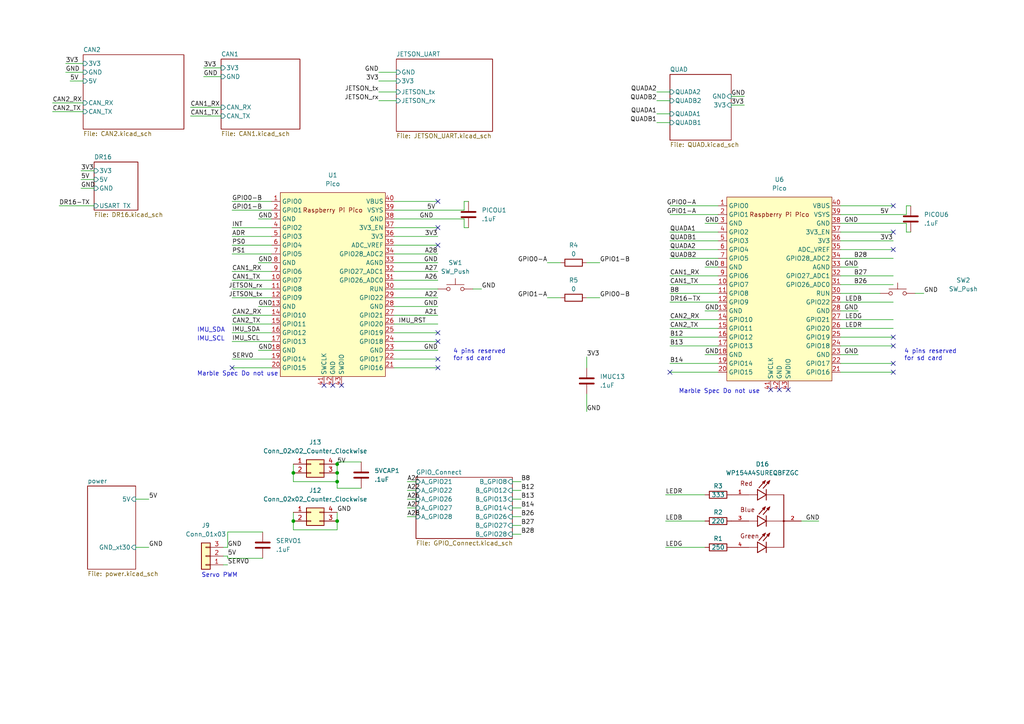
<source format=kicad_sch>
(kicad_sch (version 20230121) (generator eeschema)
  (paper "A4")
  (lib_symbols
    (symbol "Connector_Generic:Conn_01x03" (pin_names (offset 1.016) hide)
      (property "Reference" "J" (at 0 5.08 0))
      (property "Value" "Conn_01x03" (at 0 -5.08 0))
      (symbol "Conn_01x03_1_1"
        (rectangle (start -1.27 -2.413) (end 0 -2.667) (stroke (width 0.1524)))
        (rectangle (start -1.27 0.127) (end 0 -0.127) (stroke (width 0.1524)))
        (rectangle (start -1.27 2.667) (end 0 2.413) (stroke (width 0.1524)))
        (rectangle (start -1.27 3.81) (end 1.27 -3.81) (stroke (width 0.254)) (fill (type background)))
        (pin passive line (at -5.08 2.54 0) (length 3.81) (name "Pin_1") (number "1"))
        (pin passive line (at -5.08 0 0) (length 3.81) (name "Pin_2") (number "2"))
        (pin passive line (at -5.08 -2.54 0) (length 3.81) (name "Pin_3") (number "3"))
      )
    )
    (symbol "Connector_Generic:Conn_02x02_Counter_Clockwise" (pin_names (offset 1.016) hide)
      (property "Reference" "J" (at 1.27 2.54 0))
      (property "Value" "Conn_02x02_Counter_Clockwise" (at 1.27 -5.08 0))
      (symbol "Conn_02x02_Counter_Clockwise_1_1"
        (rectangle (start -1.27 -2.413) (end 0 -2.667) (stroke (width 0.1524)))
        (rectangle (start -1.27 0.127) (end 0 -0.127) (stroke (width 0.1524)))
        (rectangle (start -1.27 1.27) (end 3.81 -3.81) (stroke (width 0.254)) (fill (type background)))
        (rectangle (start 3.81 -2.413) (end 2.54 -2.667) (stroke (width 0.1524)))
        (rectangle (start 3.81 0.127) (end 2.54 -0.127) (stroke (width 0.1524)))
        (pin passive line (at -5.08 0 0) (length 3.81) (name "Pin_1") (number "1"))
        (pin passive line (at -5.08 -2.54 0) (length 3.81) (name "Pin_2") (number "2"))
        (pin passive line (at 7.62 -2.54 180) (length 3.81) (name "Pin_3") (number "3"))
        (pin passive line (at 7.62 0 180) (length 3.81) (name "Pin_4") (number "4"))
      )
    )
    (symbol "Device:C" (pin_numbers hide) (pin_names (offset 0.254))
      (property "Reference" "C" (at 0.635 2.54 0))
      (property "Value" "C" (at 0.635 -2.54 0))
      (symbol "C_0_1"
        (polyline (pts (xy -2.032 -0.762) (xy 2.032 -0.762)) (stroke (width 0.508)))
        (polyline (pts (xy -2.032 0.762) (xy 2.032 0.762)) (stroke (width 0.508)))
      )
      (symbol "C_1_1"
        (pin passive line (at 0 3.81 270) (length 2.794) (name "~") (number "1"))
        (pin passive line (at 0 -3.81 90) (length 2.794) (name "~") (number "2"))
      )
    )
    (symbol "Device:R" (pin_numbers hide) (pin_names (offset 0))
      (property "Reference" "R" (at 2.032 0 90))
      (property "Value" "R" (at 0 0 90))
      (symbol "R_0_1"
        (rectangle (start -1.016 -2.54) (end 1.016 2.54) (stroke (width 0.254)))
      )
      (symbol "R_1_1"
        (pin passive line (at 0 3.81 270) (length 1.27) (name "~") (number "1"))
        (pin passive line (at 0 -3.81 90) (length 1.27) (name "~") (number "2"))
      )
    )
    (symbol "MCU_RaspberryPi_and_Boards:Pico"
      (property "Reference" "U" (at -13.97 27.94 0))
      (property "Value" "Pico" (at 0 19.05 0))
      (symbol "Pico_0_0"
        (text "Raspberry Pi Pico" (at 0 21.59 0) (effects (font (size 1.27 1.27))))
      )
      (symbol "Pico_0_1"
        (rectangle (start -15.24 26.67) (end 15.24 -26.67) (fill (type background)))
      )
      (symbol "Pico_1_1"
        (pin bidirectional line (at -17.78 24.13 0) (length 2.54) (name "GPIO0") (number "1"))
        (pin bidirectional line (at -17.78 1.27 0) (length 2.54) (name "GPIO7") (number "10"))
        (pin bidirectional line (at -17.78 -1.27 0) (length 2.54) (name "GPIO8") (number "11"))
        (pin bidirectional line (at -17.78 -3.81 0) (length 2.54) (name "GPIO9") (number "12"))
        (pin power_in line (at -17.78 -6.35 0) (length 2.54) (name "GND") (number "13"))
        (pin bidirectional line (at -17.78 -8.89 0) (length 2.54) (name "GPIO10") (number "14"))
        (pin bidirectional line (at -17.78 -11.43 0) (length 2.54) (name "GPIO11") (number "15"))
        (pin bidirectional line (at -17.78 -13.97 0) (length 2.54) (name "GPIO12") (number "16"))
        (pin bidirectional line (at -17.78 -16.51 0) (length 2.54) (name "GPIO13") (number "17"))
        (pin power_in line (at -17.78 -19.05 0) (length 2.54) (name "GND") (number "18"))
        (pin bidirectional line (at -17.78 -21.59 0) (length 2.54) (name "GPIO14") (number "19"))
        (pin bidirectional line (at -17.78 21.59 0) (length 2.54) (name "GPIO1") (number "2"))
        (pin bidirectional line (at -17.78 -24.13 0) (length 2.54) (name "GPIO15") (number "20"))
        (pin bidirectional line (at 17.78 -24.13 180) (length 2.54) (name "GPIO16") (number "21"))
        (pin bidirectional line (at 17.78 -21.59 180) (length 2.54) (name "GPIO17") (number "22"))
        (pin power_in line (at 17.78 -19.05 180) (length 2.54) (name "GND") (number "23"))
        (pin bidirectional line (at 17.78 -16.51 180) (length 2.54) (name "GPIO18") (number "24"))
        (pin bidirectional line (at 17.78 -13.97 180) (length 2.54) (name "GPIO19") (number "25"))
        (pin bidirectional line (at 17.78 -11.43 180) (length 2.54) (name "GPIO20") (number "26"))
        (pin bidirectional line (at 17.78 -8.89 180) (length 2.54) (name "GPIO21") (number "27"))
        (pin power_in line (at 17.78 -6.35 180) (length 2.54) (name "GND") (number "28"))
        (pin bidirectional line (at 17.78 -3.81 180) (length 2.54) (name "GPIO22") (number "29"))
        (pin power_in line (at -17.78 19.05 0) (length 2.54) (name "GND") (number "3"))
        (pin input line (at 17.78 -1.27 180) (length 2.54) (name "RUN") (number "30"))
        (pin bidirectional line (at 17.78 1.27 180) (length 2.54) (name "GPIO26_ADC0") (number "31"))
        (pin bidirectional line (at 17.78 3.81 180) (length 2.54) (name "GPIO27_ADC1") (number "32"))
        (pin power_in line (at 17.78 6.35 180) (length 2.54) (name "AGND") (number "33"))
        (pin bidirectional line (at 17.78 8.89 180) (length 2.54) (name "GPIO28_ADC2") (number "34"))
        (pin power_in line (at 17.78 11.43 180) (length 2.54) (name "ADC_VREF") (number "35"))
        (pin power_in line (at 17.78 13.97 180) (length 2.54) (name "3V3") (number "36"))
        (pin input line (at 17.78 16.51 180) (length 2.54) (name "3V3_EN") (number "37"))
        (pin bidirectional line (at 17.78 19.05 180) (length 2.54) (name "GND") (number "38"))
        (pin power_in line (at 17.78 21.59 180) (length 2.54) (name "VSYS") (number "39"))
        (pin bidirectional line (at -17.78 16.51 0) (length 2.54) (name "GPIO2") (number "4"))
        (pin power_in line (at 17.78 24.13 180) (length 2.54) (name "VBUS") (number "40"))
        (pin input line (at -2.54 -29.21 90) (length 2.54) (name "SWCLK") (number "41"))
        (pin power_in line (at 0 -29.21 90) (length 2.54) (name "GND") (number "42"))
        (pin bidirectional line (at 2.54 -29.21 90) (length 2.54) (name "SWDIO") (number "43"))
        (pin bidirectional line (at -17.78 13.97 0) (length 2.54) (name "GPIO3") (number "5"))
        (pin bidirectional line (at -17.78 11.43 0) (length 2.54) (name "GPIO4") (number "6"))
        (pin bidirectional line (at -17.78 8.89 0) (length 2.54) (name "GPIO5") (number "7"))
        (pin power_in line (at -17.78 6.35 0) (length 2.54) (name "GND") (number "8"))
        (pin bidirectional line (at -17.78 3.81 0) (length 2.54) (name "GPIO6") (number "9"))
      )
    )
    (symbol "Switch:SW_Push" (pin_numbers hide) (pin_names (offset 1.016) hide)
      (property "Reference" "SW" (at 1.27 2.54 0))
      (property "Value" "SW_Push" (at 0 -1.524 0))
      (symbol "SW_Push_0_1"
        (circle (center -2.032 0) (radius 0.508))
        (polyline (pts (xy 0 1.27) (xy 0 3.048)))
        (polyline (pts (xy 2.54 1.27) (xy -2.54 1.27)))
        (circle (center 2.032 0) (radius 0.508))
        (pin passive line (at -5.08 0 0) (length 2.54) (name "1") (number "1"))
        (pin passive line (at 5.08 0 180) (length 2.54) (name "2") (number "2"))
      )
    )
    (symbol "WP154A4SUREQBFZGC:WP154A4SUREQBFZGC" (pin_names (offset 1.016))
      (property "Reference" "D" (at -10.16 12.7 0))
      (property "Value" "WP154A4SUREQBFZGC" (at -10.16 -12.7 0))
      (symbol "WP154A4SUREQBFZGC_0_0"
        (polyline (pts (xy -2.54 -9.144) (xy 0 -7.62)) (stroke (width 0.254)))
        (polyline (pts (xy -2.54 -7.62) (xy -5.08 -7.62)) (stroke (width 0.1524)))
        (polyline (pts (xy -2.54 -7.62) (xy -2.54 -9.144)) (stroke (width 0.254)))
        (polyline (pts (xy -2.54 -6.096) (xy -2.54 -7.62)) (stroke (width 0.254)))
        (polyline (pts (xy -2.54 -1.524) (xy 0 0)) (stroke (width 0.254)))
        (polyline (pts (xy -2.54 0) (xy -5.08 0)) (stroke (width 0.1524)))
        (polyline (pts (xy -2.54 0) (xy -2.54 -1.524)) (stroke (width 0.254)))
        (polyline (pts (xy -2.54 1.524) (xy -2.54 0)) (stroke (width 0.254)))
        (polyline (pts (xy -2.54 6.096) (xy 0 7.62)) (stroke (width 0.254)))
        (polyline (pts (xy -2.54 7.62) (xy -5.08 7.62)) (stroke (width 0.1524)))
        (polyline (pts (xy -2.54 7.62) (xy -2.54 6.096)) (stroke (width 0.254)))
        (polyline (pts (xy -2.54 9.144) (xy -2.54 7.62)) (stroke (width 0.254)))
        (polyline (pts (xy -0.3556 -3.5814) (xy -2.1336 -5.6134)) (stroke (width 0.254)))
        (polyline (pts (xy -0.3556 4.0386) (xy -2.1336 2.0066)) (stroke (width 0.254)))
        (polyline (pts (xy -0.3556 11.6586) (xy -2.1336 9.6266)) (stroke (width 0.254)))
        (polyline (pts (xy 0 -7.62) (xy -2.54 -6.096)) (stroke (width 0.254)))
        (polyline (pts (xy 0 -7.62) (xy 0 -9.144)) (stroke (width 0.254)))
        (polyline (pts (xy 0 -6.096) (xy 0 -7.62)) (stroke (width 0.254)))
        (polyline (pts (xy 0 0) (xy -2.54 1.524)) (stroke (width 0.254)))
        (polyline (pts (xy 0 0) (xy 0 -1.524)) (stroke (width 0.254)))
        (polyline (pts (xy 0 1.524) (xy 0 0)) (stroke (width 0.254)))
        (polyline (pts (xy 0 7.62) (xy -2.54 9.144)) (stroke (width 0.254)))
        (polyline (pts (xy 0 7.62) (xy 0 6.096)) (stroke (width 0.254)))
        (polyline (pts (xy 0 9.144) (xy 0 7.62)) (stroke (width 0.254)))
        (polyline (pts (xy 0.889 -3.683) (xy -0.889 -5.715)) (stroke (width 0.254)))
        (polyline (pts (xy 0.889 3.937) (xy -0.889 1.905)) (stroke (width 0.254)))
        (polyline (pts (xy 0.889 11.557) (xy -0.889 9.525)) (stroke (width 0.254)))
        (polyline (pts (xy 5.08 -7.62) (xy 0 -7.62)) (stroke (width 0.1524)))
        (polyline (pts (xy 5.08 0) (xy 0 0)) (stroke (width 0.1524)))
        (polyline (pts (xy 5.08 0) (xy 5.08 -7.62)) (stroke (width 0.254)))
        (polyline (pts (xy 5.08 7.62) (xy 0 7.62)) (stroke (width 0.1524)))
        (polyline (pts (xy 5.08 7.62) (xy 5.08 0)) (stroke (width 0.254)))
        (polyline (pts (xy -1.143 -3.937) (xy -0.5715 -4.445) (xy -0.1905 -3.429) (xy -1.143 -3.937)) (stroke (width 0.1524)) (fill (type outline)))
        (polyline (pts (xy -1.143 3.683) (xy -0.5715 3.175) (xy -0.1905 4.191) (xy -1.143 3.683)) (stroke (width 0.1524)) (fill (type outline)))
        (polyline (pts (xy -1.143 11.303) (xy -0.5715 10.795) (xy -0.1905 11.811) (xy -1.143 11.303)) (stroke (width 0.1524)) (fill (type outline)))
        (polyline (pts (xy 0.127 -4.0005) (xy 0.6985 -4.5085) (xy 1.0795 -3.429) (xy 0.127 -4.0005)) (stroke (width 0.1524)) (fill (type outline)))
        (polyline (pts (xy 0.127 3.6195) (xy 0.6985 3.1115) (xy 1.0795 4.191) (xy 0.127 3.6195)) (stroke (width 0.1524)) (fill (type outline)))
        (polyline (pts (xy 0.127 11.2395) (xy 0.6985 10.7315) (xy 1.0795 11.811) (xy 0.127 11.2395)) (stroke (width 0.1524)) (fill (type outline)))
        (circle (center 5.08 0) (radius 0.15) (stroke (width 0.3)))
        (text "Blue" (at -7.62 2.54 0) (effects (font (size 1.27 1.27)) (justify left bottom)))
        (text "Green" (at -7.62 -5.08 0) (effects (font (size 1.27 1.27)) (justify left bottom)))
        (text "Red" (at -7.62 10.16 0) (effects (font (size 1.27 1.27)) (justify left bottom)))
        (pin passive line (at -10.16 7.62 0) (length 5.08) (name "~") (number "1"))
        (pin passive line (at 10.16 0 180) (length 5.08) (name "~") (number "2"))
        (pin passive line (at -10.16 0 0) (length 5.08) (name "~") (number "3"))
        (pin passive line (at -10.16 -7.62 0) (length 5.08) (name "~") (number "4"))
      )
    )
  )
  (junction (at 97.79 151.13))
  (junction (at 97.79 134.62))
  (junction (at 97.79 139.7))
  (junction (at 85.09 137.16))
  (junction (at 97.79 137.16))
  (junction (at 85.09 151.13))
  (no_connect (at 96.52 111.76))
  (no_connect (at 194.31 107.95))
  (no_connect (at 127 71.12))
  (no_connect (at 259.08 97.79))
  (no_connect (at 259.08 107.95))
  (no_connect (at 226.06 113.03))
  (no_connect (at 259.08 67.31))
  (no_connect (at 67.31 106.68))
  (no_connect (at 228.6 113.03))
  (no_connect (at 127 104.14))
  (no_connect (at 259.08 105.41))
  (no_connect (at 127 106.68))
  (no_connect (at 127 58.42))
  (no_connect (at 127 66.04))
  (no_connect (at 127 99.06))
  (no_connect (at 223.52 113.03))
  (no_connect (at 259.08 59.69))
  (no_connect (at 259.08 72.39))
  (no_connect (at 127 96.52))
  (no_connect (at 259.08 100.33))
  (no_connect (at 99.06 111.76))
  (no_connect (at 93.98 111.76))
  (wire (pts (xy 74.93 88.9) (xy 78.74 88.9)))
  (wire (pts (xy 204.47 90.17) (xy 208.28 90.17)))
  (wire (pts (xy 15.24 29.845) (xy 24.13 29.845)))
  (wire (pts (xy 194.31 82.55) (xy 208.28 82.55)))
  (wire (pts (xy 67.31 106.68) (xy 78.74 106.68)))
  (wire (pts (xy 120.65 149.86) (xy 118.11 149.86)))
  (wire (pts (xy 64.77 163.83) (xy 66.04 163.83)))
  (wire (pts (xy 114.3 91.44) (xy 127 91.44)))
  (wire (pts (xy 194.31 100.33) (xy 208.28 100.33)))
  (wire (pts (xy 97.79 153.67) (xy 97.79 151.13)))
  (wire (pts (xy 74.93 76.2) (xy 78.74 76.2)))
  (wire (pts (xy 134.62 60.96) (xy 114.3 60.96)))
  (wire (pts (xy 243.84 72.39) (xy 259.08 72.39)))
  (wire (pts (xy 262.89 59.69) (xy 262.89 62.23)))
  (wire (pts (xy 114.3 63.5) (xy 134.62 63.5)))
  (wire (pts (xy 67.31 66.04) (xy 78.74 66.04)))
  (wire (pts (xy 243.84 90.17) (xy 248.92 90.17)))
  (wire (pts (xy 194.31 97.79) (xy 208.28 97.79)))
  (wire (pts (xy 243.84 59.69) (xy 259.08 59.69)))
  (wire (pts (xy 67.31 58.42) (xy 78.74 58.42)))
  (wire (pts (xy 74.93 63.5) (xy 78.74 63.5)))
  (wire (pts (xy 17.145 59.69) (xy 27.305 59.69)))
  (wire (pts (xy 151.13 144.78) (xy 148.59 144.78)))
  (wire (pts (xy 137.16 83.82) (xy 139.7 83.82)))
  (wire (pts (xy 64.77 158.75) (xy 66.04 158.75)))
  (wire (pts (xy 85.09 137.16) (xy 85.09 139.7)))
  (wire (pts (xy 67.31 99.06) (xy 78.74 99.06)))
  (wire (pts (xy 243.84 87.63) (xy 259.08 87.63)))
  (wire (pts (xy 114.3 88.9) (xy 127 88.9)))
  (wire (pts (xy 194.31 62.23) (xy 208.28 62.23)))
  (wire (pts (xy 194.31 105.41) (xy 208.28 105.41)))
  (wire (pts (xy 204.47 77.47) (xy 208.28 77.47)))
  (wire (pts (xy 67.31 60.96) (xy 78.74 60.96)))
  (wire (pts (xy 85.09 134.62) (xy 85.09 137.16)))
  (wire (pts (xy 194.31 74.93) (xy 208.28 74.93)))
  (wire (pts (xy 39.37 144.78) (xy 43.18 144.78)))
  (wire (pts (xy 134.62 58.42) (xy 134.62 60.96)))
  (wire (pts (xy 194.31 87.63) (xy 208.28 87.63)))
  (wire (pts (xy 193.04 143.51) (xy 204.47 143.51)))
  (wire (pts (xy 151.13 142.24) (xy 148.59 142.24)))
  (wire (pts (xy 243.84 107.95) (xy 259.08 107.95)))
  (wire (pts (xy 194.31 72.39) (xy 208.28 72.39)))
  (wire (pts (xy 243.84 80.01) (xy 259.08 80.01)))
  (wire (pts (xy 243.84 69.85) (xy 259.08 69.85)))
  (wire (pts (xy 114.3 101.6) (xy 127 101.6)))
  (wire (pts (xy 204.47 64.77) (xy 208.28 64.77)))
  (wire (pts (xy 114.3 76.2) (xy 127 76.2)))
  (wire (pts (xy 243.84 92.71) (xy 259.08 92.71)))
  (wire (pts (xy 194.31 59.69) (xy 208.28 59.69)))
  (wire (pts (xy 67.31 71.12) (xy 78.74 71.12)))
  (wire (pts (xy 193.04 158.75) (xy 204.47 158.75)))
  (wire (pts (xy 190.5 29.21) (xy 194.31 29.21)))
  (wire (pts (xy 243.84 105.41) (xy 259.08 105.41)))
  (wire (pts (xy 109.855 29.21) (xy 114.935 29.21)))
  (wire (pts (xy 85.09 148.59) (xy 85.09 151.13)))
  (wire (pts (xy 190.5 33.02) (xy 194.31 33.02)))
  (wire (pts (xy 19.05 18.415) (xy 24.13 18.415)))
  (wire (pts (xy 243.84 97.79) (xy 259.08 97.79)))
  (wire (pts (xy 97.79 151.13) (xy 97.79 148.59)))
  (wire (pts (xy 114.3 104.14) (xy 127 104.14)))
  (wire (pts (xy 190.5 35.56) (xy 194.31 35.56)))
  (wire (pts (xy 67.31 73.66) (xy 78.74 73.66)))
  (wire (pts (xy 232.41 151.13) (xy 237.49 151.13)))
  (wire (pts (xy 151.13 149.86) (xy 148.59 149.86)))
  (wire (pts (xy 97.79 133.985) (xy 97.79 134.62)))
  (wire (pts (xy 114.3 66.04) (xy 127 66.04)))
  (wire (pts (xy 67.31 68.58) (xy 78.74 68.58)))
  (wire (pts (xy 59.055 22.225) (xy 64.135 22.225)))
  (wire (pts (xy 134.62 66.04) (xy 134.62 63.5)))
  (wire (pts (xy 194.31 69.85) (xy 208.28 69.85)))
  (wire (pts (xy 114.3 58.42) (xy 127 58.42)))
  (wire (pts (xy 20.32 23.495) (xy 24.13 23.495)))
  (wire (pts (xy 15.24 32.385) (xy 24.13 32.385)))
  (wire (pts (xy 243.84 62.23) (xy 262.89 62.23)))
  (wire (pts (xy 114.3 96.52) (xy 127 96.52)))
  (wire (pts (xy 151.13 139.7) (xy 148.59 139.7)))
  (wire (pts (xy 114.3 99.06) (xy 127 99.06)))
  (wire (pts (xy 170.18 86.36) (xy 173.99 86.36)))
  (wire (pts (xy 85.09 139.7) (xy 97.79 139.7)))
  (wire (pts (xy 190.5 26.67) (xy 194.31 26.67)))
  (wire (pts (xy 151.13 154.94) (xy 148.59 154.94)))
  (wire (pts (xy 67.31 91.44) (xy 78.74 91.44)))
  (wire (pts (xy 212.09 30.48) (xy 215.9 30.48)))
  (wire (pts (xy 262.89 67.31) (xy 262.89 64.77)))
  (wire (pts (xy 114.3 68.58) (xy 127 68.58)))
  (wire (pts (xy 85.09 153.67) (xy 97.79 153.67)))
  (wire (pts (xy 243.84 64.77) (xy 262.89 64.77)))
  (wire (pts (xy 170.18 76.2) (xy 173.99 76.2)))
  (wire (pts (xy 151.13 147.32) (xy 148.59 147.32)))
  (wire (pts (xy 114.3 71.12) (xy 127 71.12)))
  (wire (pts (xy 265.43 85.09) (xy 267.97 85.09)))
  (wire (pts (xy 114.3 83.82) (xy 127 83.82)))
  (wire (pts (xy 97.79 137.16) (xy 97.79 134.62)))
  (wire (pts (xy 158.75 76.2) (xy 162.56 76.2)))
  (wire (pts (xy 114.3 86.36) (xy 127 86.36)))
  (wire (pts (xy 120.65 144.78) (xy 118.11 144.78)))
  (wire (pts (xy 215.9 27.94) (xy 212.09 27.94)))
  (wire (pts (xy 194.31 85.09) (xy 208.28 85.09)))
  (wire (pts (xy 59.055 19.685) (xy 64.135 19.685)))
  (wire (pts (xy 194.31 80.01) (xy 208.28 80.01)))
  (wire (pts (xy 109.855 23.495) (xy 114.935 23.495)))
  (wire (pts (xy 114.3 106.68) (xy 127 106.68)))
  (wire (pts (xy 151.13 152.4) (xy 148.59 152.4)))
  (wire (pts (xy 67.31 93.98) (xy 78.74 93.98)))
  (wire (pts (xy 120.65 142.24) (xy 118.11 142.24)))
  (wire (pts (xy 114.3 78.74) (xy 127 78.74)))
  (wire (pts (xy 74.93 101.6) (xy 78.74 101.6)))
  (wire (pts (xy 67.31 81.28) (xy 78.74 81.28)))
  (wire (pts (xy 114.3 81.28) (xy 127 81.28)))
  (wire (pts (xy 66.04 161.925) (xy 66.04 161.29)))
  (wire (pts (xy 114.3 73.66) (xy 127 73.66)))
  (wire (pts (xy 64.77 161.29) (xy 66.04 161.29)))
  (wire (pts (xy 255.27 85.09) (xy 243.84 85.09)))
  (wire (pts (xy 23.495 52.07) (xy 27.305 52.07)))
  (wire (pts (xy 39.37 158.75) (xy 43.18 158.75)))
  (wire (pts (xy 264.16 67.31) (xy 262.89 67.31)))
  (wire (pts (xy 55.245 33.655) (xy 64.135 33.655)))
  (wire (pts (xy 120.65 147.32) (xy 118.11 147.32)))
  (wire (pts (xy 19.05 20.955) (xy 24.13 20.955)))
  (wire (pts (xy 120.65 139.7) (xy 118.11 139.7)))
  (wire (pts (xy 109.855 20.955) (xy 114.935 20.955)))
  (wire (pts (xy 204.47 102.87) (xy 208.28 102.87)))
  (wire (pts (xy 170.18 103.505) (xy 170.18 106.68)))
  (wire (pts (xy 243.84 100.33) (xy 259.08 100.33)))
  (wire (pts (xy 158.75 86.36) (xy 162.56 86.36)))
  (wire (pts (xy 67.31 83.82) (xy 78.74 83.82)))
  (wire (pts (xy 104.775 133.985) (xy 97.79 133.985)))
  (wire (pts (xy 194.31 107.95) (xy 208.28 107.95)))
  (wire (pts (xy 243.84 77.47) (xy 248.92 77.47)))
  (wire (pts (xy 194.31 95.25) (xy 208.28 95.25)))
  (wire (pts (xy 104.775 141.605) (xy 97.79 141.605)))
  (wire (pts (xy 67.31 96.52) (xy 78.74 96.52)))
  (wire (pts (xy 262.89 59.69) (xy 264.16 59.69)))
  (wire (pts (xy 193.04 151.13) (xy 204.47 151.13)))
  (wire (pts (xy 85.09 151.13) (xy 85.09 153.67)))
  (wire (pts (xy 134.62 58.42) (xy 135.89 58.42)))
  (wire (pts (xy 97.79 141.605) (xy 97.79 139.7)))
  (wire (pts (xy 109.855 26.67) (xy 114.935 26.67)))
  (wire (pts (xy 243.84 67.31) (xy 259.08 67.31)))
  (wire (pts (xy 194.31 92.71) (xy 208.28 92.71)))
  (wire (pts (xy 67.31 104.14) (xy 78.74 104.14)))
  (wire (pts (xy 243.84 95.25) (xy 259.08 95.25)))
  (wire (pts (xy 67.31 78.74) (xy 78.74 78.74)))
  (wire (pts (xy 76.2 154.305) (xy 66.04 154.305)))
  (wire (pts (xy 135.89 66.04) (xy 134.62 66.04)))
  (wire (pts (xy 97.79 139.7) (xy 97.79 137.16)))
  (wire (pts (xy 194.31 67.31) (xy 208.28 67.31)))
  (wire (pts (xy 243.84 74.93) (xy 259.08 74.93)))
  (wire (pts (xy 66.04 154.305) (xy 66.04 158.75)))
  (wire (pts (xy 170.18 114.3) (xy 170.18 119.38)))
  (wire (pts (xy 23.495 49.53) (xy 27.305 49.53)))
  (wire (pts (xy 114.3 93.98) (xy 127 93.98)))
  (wire (pts (xy 76.2 161.925) (xy 66.04 161.925)))
  (wire (pts (xy 55.245 31.115) (xy 64.135 31.115)))
  (wire (pts (xy 243.84 102.87) (xy 248.92 102.87)))
  (wire (pts (xy 67.31 86.36) (xy 78.74 86.36)))
  (wire (pts (xy 23.495 54.61) (xy 27.305 54.61)))
  (wire (pts (xy 243.84 82.55) (xy 259.08 82.55)))
  (text "4 pins reserved\nfor sd card" (at 131.445 104.775 0) (effects (font (size 1.27 1.27)) (justify left bottom)))
  (text "Servo PWM\n" (at 58.42 167.64 0) (effects (font (size 1.27 1.27)) (justify left bottom)))
  (text "IMU_SCL\n" (at 57.15 99.06 0) (effects (font (size 1.27 1.27)) (justify left bottom)))
  (text "IMU_SDA\n" (at 57.15 96.52 0) (effects (font (size 1.27 1.27)) (justify left bottom)))
  (text "4 pins reserved\nfor sd card" (at 262.255 104.775 0) (effects (font (size 1.27 1.27)) (justify left bottom)))
  (text "Marble Spec Do not use" (at 196.85 114.3 0) (effects (font (size 1.27 1.27)) (justify left bottom)))
  (text "Marble Spec Do not use" (at 57.15 109.22 0) (effects (font (size 1.27 1.27)) (justify left bottom)))
  (label "GND" (at 248.92 64.77 180))
  (label "CAN1_TX" (at 194.31 82.55 0))
  (label "A28" (at 123.19 73.66 0))
  (label "A26" (at 123.19 81.28 0))
  (label "JETSON_tx" (at 109.855 26.67 180))
  (label "CAN1_RX" (at 55.245 31.115 0))
  (label "GND" (at 74.93 101.6 0))
  (label "A28" (at 118.11 149.86 0))
  (label "GPIO0-A" (at 158.75 76.2 180))
  (label "3V3" (at 170.18 103.505 0))
  (label "GPIO1-A" (at 158.75 86.36 180))
  (label "QUADA2" (at 194.31 72.39 0))
  (label "SERVO" (at 67.31 104.14 0))
  (label "3V3" (at 23.495 49.53 0))
  (label "GPIO0-B" (at 67.31 58.42 0))
  (label "LEDR" (at 193.04 143.51 0))
  (label "B13" (at 151.13 144.78 0))
  (label "5V" (at 123.825 60.96 0))
  (label "B14" (at 151.13 147.32 0))
  (label "PS1" (at 67.31 73.66 0))
  (label "CAN2_RX" (at 67.31 91.44 0))
  (label "GPIO0-B" (at 173.99 86.36 0))
  (label "CAN2_RX" (at 15.24 29.845 0))
  (label "GND" (at 74.93 63.5 0))
  (label "GND" (at 125.73 63.5 180))
  (label "LEDB" (at 193.04 151.13 0))
  (label "QUADA2" (at 190.5 26.67 180))
  (label "B13" (at 194.31 100.33 0))
  (label "GND" (at 170.18 119.38 0))
  (label "GND" (at 74.93 88.9 0))
  (label "3V3" (at 123.19 68.58 0))
  (label "B26" (at 247.65 82.55 0))
  (label "GND" (at 204.47 102.87 0))
  (label "DR16-TX" (at 194.31 87.63 0))
  (label "CAN2_TX" (at 194.31 95.25 0))
  (label "B8" (at 194.31 85.09 0))
  (label "B26" (at 151.13 149.86 0))
  (label "LEDG" (at 193.04 158.75 0))
  (label "JETSON_tx" (at 76.2 86.36 180))
  (label "A27" (at 118.11 147.32 0))
  (label "GND" (at 204.47 77.47 0))
  (label "GND" (at 43.18 158.75 0))
  (label "QUADA1" (at 190.5 33.02 180))
  (label "CAN1_TX" (at 67.31 81.28 0))
  (label "5V" (at 66.04 161.29 0))
  (label "5V" (at 20.32 23.495 0))
  (label "CAN2_RX" (at 194.31 92.71 0))
  (label "GND" (at 233.68 151.13 0))
  (label "B8" (at 151.13 139.7 0))
  (label "SERVO" (at 66.04 163.83 0))
  (label "B27" (at 151.13 152.4 0))
  (label "ADR" (at 67.31 68.58 0))
  (label "CAN1_TX" (at 55.245 33.655 0))
  (label "GPIO1-A" (at 201.93 62.23 180))
  (label "B27" (at 247.65 80.01 0))
  (label "PS0" (at 67.31 71.12 0))
  (label "QUADB1" (at 194.31 69.85 0))
  (label "3V3" (at 19.05 18.415 0))
  (label "DR16-TX" (at 17.145 59.69 0))
  (label "B12" (at 151.13 142.24 0))
  (label "3V3" (at 59.055 19.685 0))
  (label "A27" (at 123.19 78.74 0))
  (label "QUADA1" (at 194.31 67.31 0))
  (label "GND" (at 19.05 20.955 0))
  (label "GND" (at 248.92 77.47 180))
  (label "A22" (at 123.19 86.36 0))
  (label "LEDG" (at 245.11 92.71 0))
  (label "GND" (at 59.055 22.225 0))
  (label "B28" (at 247.65 74.93 0))
  (label "3V3" (at 109.855 23.495 180))
  (label "QUADB2" (at 194.31 74.93 0))
  (label "QUADB2" (at 190.5 29.21 180))
  (label "GND" (at 248.92 90.17 180))
  (label "IMU_SDA" (at 67.31 96.52 0))
  (label "3V3" (at 212.09 30.48 0))
  (label "A21" (at 118.11 139.7 0))
  (label "A26" (at 118.11 144.78 0))
  (label "B12" (at 194.31 97.79 0))
  (label "B14" (at 194.31 105.41 0))
  (label "GND" (at 127 88.9 180))
  (label "GPIO1-B" (at 67.31 60.96 0))
  (label "IMU_RST" (at 115.57 93.98 0))
  (label "A22" (at 118.11 142.24 0))
  (label "3V3" (at 255.27 69.85 0))
  (label "CAN1_RX" (at 67.31 78.74 0))
  (label "A21" (at 123.19 91.44 0))
  (label "GND" (at 109.855 20.955 180))
  (label "GND" (at 97.79 148.59 0))
  (label "GND" (at 66.04 158.75 0))
  (label "GND" (at 23.495 54.61 0))
  (label "CAN1_RX" (at 194.31 80.01 0))
  (label "GND" (at 248.92 102.87 180))
  (label "GND" (at 204.47 64.77 0))
  (label "GND" (at 212.09 27.94 0))
  (label "GPIO0-A" (at 201.93 59.69 180))
  (label "5V" (at 255.27 62.23 0))
  (label "GPIO1-B" (at 173.99 76.2 0))
  (label "GND" (at 127 76.2 180))
  (label "CAN2_TX" (at 67.31 93.98 0))
  (label "CAN2_TX" (at 15.24 32.385 0))
  (label "IMU_SCL" (at 67.31 99.06 0))
  (label "5V" (at 97.79 134.62 0))
  (label "GND" (at 74.93 76.2 0))
  (label "LEDR" (at 245.11 95.25 0))
  (label "INT" (at 67.31 66.04 0))
  (label "GND" (at 204.47 90.17 0))
  (label "JETSON_rx" (at 76.2 83.82 180))
  (label "LEDB" (at 245.11 87.63 0))
  (label "JETSON_rx" (at 109.855 29.21 180))
  (label "5V" (at 23.495 52.07 0))
  (label "QUADB1" (at 190.5 35.56 180))
  (label "B28" (at 151.13 154.94 0))
  (label "GND" (at 267.97 85.09 0))
  (label "GND" (at 139.7 83.82 0))
  (label "GND" (at 127 101.6 180))
  (label "5V" (at 43.18 144.78 0))
  (symbol (lib_id "Device:C") (at 170.18 110.49 0) (unit 1)
    (property "Reference" "IMUC13" (at 173.99 109.22 0) (effects (justify left)))
    (property "Value" ".1uF" (at 173.99 111.76 0) (effects (justify left)))
    (property "Footprint" "Capacitor_THT:C_Disc_D7.0mm_W2.5mm_P5.00mm" (effects hide))
  )
  (symbol (lib_id "Device:R") (at 208.28 151.13 90) (unit 1)
    (property "Reference" "R2" (at 208.28 148.59 90))
    (property "Value" "220" (at 208.28 151.13 90))
    (property "Footprint" "Resistor_THT:R_Axial_DIN0207_L6.3mm_D2.5mm_P10.16mm_Horizontal" (effects hide))
  )
  (symbol (lib_id "Device:C") (at 135.89 62.23 0) (unit 1)
    (property "Reference" "PICOU1" (at 139.7 60.96 0) (effects (justify left)))
    (property "Value" ".1uF" (at 139.7 63.5 0) (effects (justify left)))
    (property "Footprint" "Capacitor_THT:C_Disc_D7.0mm_W2.5mm_P5.00mm" (effects hide))
  )
  (symbol (lib_id "MCU_RaspberryPi_and_Boards:Pico") (at 226.06 83.82 0) (unit 1)
    (property "Reference" "U6" (at 226.06 52.07 0))
    (property "Value" "Pico" (at 226.06 54.61 0))
    (property "Footprint" "appended_pico:Updated_Pico" (effects hide))
  )
  (symbol (lib_id "Device:R") (at 166.37 76.2 90) (unit 1)
    (property "Reference" "R4" (at 166.37 71.12 90))
    (property "Value" "0" (at 166.37 73.66 90))
    (property "Footprint" "Resistor_THT:R_Axial_DIN0207_L6.3mm_D2.5mm_P10.16mm_Horizontal" (effects hide))
  )
  (symbol (lib_id "Connector_Generic:Conn_02x02_Counter_Clockwise") (at 90.17 134.62 0) (unit 1)
    (property "Reference" "J13" (at 91.44 128.27 0))
    (property "Value" "Conn_02x02_Counter_Clockwise" (at 91.44 130.81 0))
    (property "Footprint" "Connector_PinSocket_2.00mm:PinSocket_2x02_P2.00mm_Vertical" (effects hide))
  )
  (symbol (lib_id "Connector_Generic:Conn_02x02_Counter_Clockwise") (at 90.17 148.59 0) (unit 1)
    (property "Reference" "J12" (at 91.44 142.24 0))
    (property "Value" "Conn_02x02_Counter_Clockwise" (at 91.44 144.78 0))
    (property "Footprint" "Connector_PinSocket_2.00mm:PinSocket_2x02_P2.00mm_Vertical" (effects hide))
  )
  (symbol (lib_id "MCU_RaspberryPi_and_Boards:Pico") (at 96.52 82.55 0) (unit 1)
    (property "Reference" "U1" (at 96.52 50.8 0))
    (property "Value" "Pico" (at 96.52 53.34 0))
    (property "Footprint" "appended_pico:Updated_Pico" (effects hide))
  )
  (symbol (lib_id "Connector_Generic:Conn_01x03") (at 59.69 161.29 180) (unit 1)
    (property "Reference" "J9" (at 59.69 152.4 0))
    (property "Value" "Conn_01x03" (at 59.69 154.94 0))
    (property "Footprint" "Connector_PinSocket_2.00mm:PinSocket_1x03_P2.00mm_Vertical" (effects hide))
  )
  (symbol (lib_id "Device:C") (at 264.16 63.5 0) (unit 1)
    (property "Reference" "PICOU6" (at 267.97 62.23 0) (effects (justify left)))
    (property "Value" ".1uF" (at 267.97 64.77 0) (effects (justify left)))
    (property "Footprint" "Capacitor_THT:C_Disc_D7.0mm_W2.5mm_P5.00mm" (effects hide))
  )
  (symbol (lib_id "Switch:SW_Push") (at 260.35 85.09 0) (unit 1)
    (property "Reference" "SW2" (at 279.4 81.28 0))
    (property "Value" "SW_Push" (at 279.4 83.82 0))
    (property "Footprint" "PS1024ALRED:SW_PS1024ALRED" (effects hide))
  )
  (symbol (lib_id "Device:R") (at 208.28 143.51 90) (unit 1)
    (property "Reference" "R3" (at 208.28 140.97 90))
    (property "Value" "333" (at 208.28 143.51 90))
    (property "Footprint" "Resistor_THT:R_Axial_DIN0207_L6.3mm_D2.5mm_P10.16mm_Horizontal" (effects hide))
  )
  (symbol (lib_id "Device:C") (at 104.775 137.795 0) (unit 1)
    (property "Reference" "5VCAP1" (at 108.585 136.525 0) (effects (justify left)))
    (property "Value" ".1uF" (at 108.585 139.065 0) (effects (justify left)))
    (property "Footprint" "Capacitor_THT:C_Disc_D7.0mm_W2.5mm_P5.00mm" (effects hide))
  )
  (symbol (lib_id "WP154A4SUREQBFZGC:WP154A4SUREQBFZGC") (at 222.25 151.13 0) (unit 1)
    (property "Reference" "D16" (at 221.13 134.62 0))
    (property "Value" "WP154A4SUREQBFZGC" (at 221.13 137.16 0))
    (property "Footprint" "WP154A4SUREQBFZGC:LED_WP154A4SUREQBFZGC" (effects hide))
    (property "SNAPEDA_PACKAGE_ID" "25043" (effects hide))
    (property "MAXIMUM_PACKAGE_HEIGHT" "9.6 mm" (effects hide))
    (property "STANDARD" "Manufacturer Recommendations" (effects hide))
    (property "PARTREV" "V.9A" (effects hide))
    (property "MANUFACTURER" "Kingbright" (effects hide))
    (property "SNAPEDA_PN" "WP154A4SUREQBFZGC" (effects hide))
  )
  (symbol (lib_id "Device:C") (at 76.2 158.115 0) (unit 1)
    (property "Reference" "SERVO1" (at 80.01 156.845 0) (effects (justify left)))
    (property "Value" ".1uF" (at 80.01 159.385 0) (effects (justify left)))
    (property "Footprint" "Capacitor_THT:C_Disc_D7.0mm_W2.5mm_P5.00mm" (effects hide))
  )
  (symbol (lib_id "Device:R") (at 208.28 158.75 90) (unit 1)
    (property "Reference" "R1" (at 208.28 156.21 90))
    (property "Value" "250" (at 208.28 158.75 90))
    (property "Footprint" "Resistor_THT:R_Axial_DIN0207_L6.3mm_D2.5mm_P10.16mm_Horizontal" (effects hide))
  )
  (symbol (lib_id "Device:R") (at 166.37 86.36 90) (unit 1)
    (property "Reference" "R5" (at 166.37 81.28 90))
    (property "Value" "0" (at 166.37 83.82 90))
    (property "Footprint" "Resistor_THT:R_Axial_DIN0207_L6.3mm_D2.5mm_P10.16mm_Horizontal" (effects hide))
  )
  (symbol (lib_id "Switch:SW_Push") (at 132.08 83.82 0) (unit 1)
    (property "Reference" "SW1" (at 132.08 76.2 0))
    (property "Value" "SW_Push" (at 132.08 78.74 0))
    (property "Footprint" "PS1024ALRED:SW_PS1024ALRED" (effects hide))
  )
  (sheet (at 25.4 140.97) (size 13.97 24.13) (stroke (width 0.1524))
    (property "Sheetname" "power" (at 25.4 140.2584 0) (effects (justify left bottom)))
    (property "Sheetfile" "power.kicad_sch" (at 25.4 165.6846 0) (effects (justify left top)))
    (pin "5V" input (at 39.37 144.78 0))
    (pin "GND_xt30" input (at 39.37 158.75 0))
  )
  (sheet (at 194.31 21.59) (size 17.78 19.05) (stroke (width 0.1524))
    (property "Sheetname" "QUAD" (at 194.31 20.8784 0) (effects (justify left bottom)))
    (property "Sheetfile" "QUAD.kicad_sch" (at 194.31 41.2246 0) (effects (justify left top)))
    (pin "QUADA2" input (at 194.31 26.67 180))
    (pin "GND" input (at 212.09 27.94 0))
    (pin "3V3" input (at 212.09 30.48 0))
    (pin "QUADB2" input (at 194.31 29.21 180))
    (pin "QUADA1" input (at 194.31 33.02 180))
    (pin "QUADB1" input (at 194.31 35.56 180))
  )
  (sheet (at 114.935 17.145) (size 27.94 20.955) (stroke (width 0.1524))
    (property "Sheetname" "JETSON_UART" (at 114.935 16.4334 0) (effects (justify left bottom)))
    (property "Sheetfile" "JETSON_UART.kicad_sch" (at 114.935 38.6846 0) (effects (justify left top)))
    (pin "GND" input (at 114.935 20.955 180))
    (pin "JETSON_tx" input (at 114.935 26.67 180))
    (pin "JETSON_rx" input (at 114.935 29.21 180))
    (pin "3V3" input (at 114.935 23.495 180))
  )
  (sheet (at 64.135 17.145) (size 22.86 20.32) (stroke (width 0.1524))
    (property "Sheetname" "CAN1" (at 64.135 16.4334 0) (effects (justify left bottom)))
    (property "Sheetfile" "CAN1.kicad_sch" (at 64.135 38.0496 0) (effects (justify left top)))
    (pin "CAN_RX" input (at 64.135 31.115 180))
    (pin "3V3" input (at 64.135 19.685 180))
    (pin "CAN_TX" input (at 64.135 33.655 180))
    (pin "GND" input (at 64.135 22.225 180))
  )
  (sheet (at 120.65 138.43) (size 27.94 17.78) (stroke (width 0.1524))
    (property "Sheetname" "GPIO_Connect" (at 120.65 137.7184 0) (effects (justify left bottom)))
    (property "Sheetfile" "GPIO_Connect.kicad_sch" (at 120.65 156.7946 0) (effects (justify left top)))
    (pin "A_GPIO27" input (at 120.65 147.32 180))
    (pin "A_GPIO28" input (at 120.65 149.86 180))
    (pin "A_GPIO26" input (at 120.65 144.78 180))
    (pin "A_GPIO21" input (at 120.65 139.7 180))
    (pin "A_GPIO22" input (at 120.65 142.24 180))
    (pin "B_GPIO26" input (at 148.59 149.86 0))
    (pin "B_GPIO28" input (at 148.59 154.94 0))
    (pin "B_GPIO27" input (at 148.59 152.4 0))
    (pin "B_GPIO8" input (at 148.59 139.7 0))
    (pin "B_GPIO13" input (at 148.59 144.78 0))
    (pin "B_GPIO14" input (at 148.59 147.32 0))
    (pin "B_GPIO12" input (at 148.59 142.24 0))
  )
  (sheet (at 27.305 46.99) (size 12.7 13.97) (stroke (width 0.1524))
    (property "Sheetname" "DR16" (at 27.305 46.2784 0) (effects (justify left bottom)))
    (property "Sheetfile" "DR16.kicad_sch" (at 27.305 61.5446 0) (effects (justify left top)))
    (pin "GND" input (at 27.305 54.61 180))
    (pin "5V" input (at 27.305 52.07 180))
    (pin "3V3" input (at 27.305 49.53 180))
    (pin "USART TX" input (at 27.305 59.69 180))
  )
  (sheet (at 24.13 15.875) (size 29.21 21.59) (stroke (width 0.1524))
    (property "Sheetname" "CAN2" (at 24.13 15.1634 0) (effects (justify left bottom)))
    (property "Sheetfile" "CAN2.kicad_sch" (at 24.13 38.0496 0) (effects (justify left top)))
    (pin "GND" input (at 24.13 20.955 180))
    (pin "CAN_TX" input (at 24.13 32.385 180))
    (pin "3V3" input (at 24.13 18.415 180))
    (pin "CAN_RX" input (at 24.13 29.845 180))
    (pin "5V" input (at 24.13 23.495 180))
  )
)
</source>
